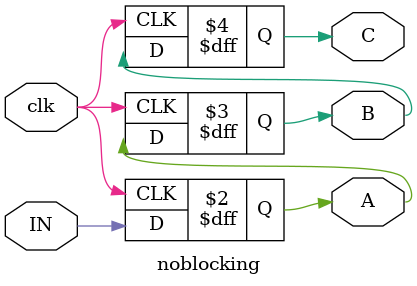
<source format=v>
module noblocking(IN, A, B, C, clk);
input IN, clk;
output reg A,B,C;

always@(posedge clk)begin
	A <= IN;
	B <= A;
	C <= B;	
end

endmodule
</source>
